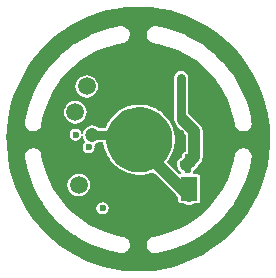
<source format=gbl>
%FSDAX44Y44*%
%MOMM*%
%SFA1B1*%

%IPPOS*%
%ADD10C,0.299999*%
%ADD21C,0.761998*%
%ADD24C,1.015998*%
%ADD25C,1.499997*%
%ADD26C,0.599999*%
%ADD27C,0.999998*%
%ADD28C,1.199998*%
%ADD29C,0.799998*%
%ADD30R,1.399997X2.074996*%
%LNBot-1*%
%LPD*%
G36*
X00789330Y00866144D02*
X00797989Y00864780D01*
X00806515Y00862739*
X00814855Y00860036*
X00822956Y00856686*
X00830769Y00852710*
X00838247Y00848134*
X00845342Y00842985*
X00852010Y00837294*
X00858212Y00831098*
X00863908Y00824434*
X00869063Y00817343*
X00873646Y00809870*
X00877628Y00802059*
X00880984Y00793961*
X00883695Y00785624*
X00885742Y00777100*
X00887115Y00768441*
X00887803Y00759701*
Y00755618*
Y00750686*
X00887115Y00741946*
X00885742Y00733287*
X00883695Y00724763*
X00880984Y00716426*
X00877628Y00708328*
X00873646Y00700517*
X00869063Y00693044*
X00863908Y00685953*
X00858212Y00679289*
X00852010Y00673093*
X00845342Y00667402*
X00838247Y00662253*
X00830769Y00657677*
X00822956Y00653701*
X00814855Y00650351*
X00806515Y00647648*
X00797989Y00645607*
X00789330Y00644242*
X00780590Y00643561*
X00776206Y00643565*
X00772058Y00643569*
X00763785Y00644192*
X00755582Y00645428*
X00747493Y00647271*
X00739563Y00649709*
X00731836Y00652730*
X00724355Y00656316*
X00717161Y00660449*
X00710294Y00665104*
X00703792Y00670257*
X00697691Y00675879*
X00692025Y00681938*
X00689424Y00685170*
X00686460Y00688854*
X00681176Y00696699*
X00676575Y00704963*
X00672691Y00713587*
X00669550Y00722509*
X00667177Y00731664*
X00665587Y00740988*
X00664792Y00750413*
X00664795Y00755193*
X00664792Y00759974*
X00665587Y00769399*
X00667177Y00778723*
X00669550Y00787878*
X00672691Y00796800*
X00676575Y00805424*
X00681176Y00813689*
X00686460Y00821533*
X00689424Y00825217*
X00692025Y00828449*
X00697691Y00834509*
X00703792Y00840130*
X00710294Y00845283*
X00717161Y00849938*
X00724355Y00854071*
X00731836Y00857657*
X00739563Y00860679*
X00747493Y00863116*
X00755582Y00864959*
X00763785Y00866195*
X00772058Y00866818*
X00775678Y00866821*
X00776206Y00866822*
X00780590Y00866825*
X00789330Y00866144*
G37*
%LNBot-2*%
%LPC*%
G36*
X00725749Y00726331D02*
X00723269Y00726004D01*
X00720958Y00725047*
X00718974Y00723524*
X00717451Y00721540*
X00716494Y00719229*
X00716167Y00716749*
X00716494Y00714269*
X00717451Y00711958*
X00718974Y00709974*
X00720958Y00708451*
X00723269Y00707494*
X00725749Y00707167*
X00728229Y00707494*
X00730540Y00708451*
X00732524Y00709974*
X00734047Y00711958*
X00735004Y00714269*
X00735331Y00716749*
X00735004Y00719229*
X00734047Y00721540*
X00732524Y00723524*
X00730540Y00725047*
X00728229Y00726004*
X00725749Y00726331*
G37*
G36*
X00812499Y00813273D02*
X00810232Y00812822D01*
X00808310Y00811538*
X00807026Y00809616*
X00806575Y00807349*
Y00800449*
Y00793549*
Y00786649*
Y00779749*
Y00773499*
X00806864Y00772046*
X00806858Y00771999*
X00807101Y00770151*
X00807815Y00768428*
X00808950Y00766950*
X00816608Y00759291*
Y00744820*
X00816048Y00744709*
X00814394Y00743604*
X00813289Y00741950*
X00812901Y00739999*
X00812048Y00739459*
X00810394Y00738354*
X00809289Y00736700*
X00808901Y00734749*
X00809289Y00732798*
X00809449Y00732559*
X00809601Y00731401*
X00810315Y00729678*
X00811450Y00728200*
X00812611Y00727308*
X00812260Y00726077*
X00812236Y00726036*
X00811469Y00725883*
X00810866Y00725481*
X00800343Y00736004*
X00802287Y00738536*
X00802346Y00738657*
X00802435Y00738759*
X00804235Y00741876*
X00804278Y00742003*
X00804353Y00742115*
X00805731Y00745441*
X00805757Y00745573*
X00805816Y00745694*
X00806748Y00749171*
X00806757Y00749306*
X00806800Y00749433*
X00807270Y00753002*
X00807261Y00753137*
X00807288Y00753269*
Y00755069*
Y00756869*
X00807261Y00757001*
X00807270Y00757135*
X00806800Y00760704*
X00806757Y00760832*
X00806748Y00760966*
X00805817Y00764444*
X00805757Y00764565*
X00805731Y00764696*
X00804353Y00768023*
X00804278Y00768135*
X00804235Y00768262*
X00802435Y00771380*
X00802346Y00771481*
X00802287Y00771602*
X00800095Y00774458*
X00799994Y00774547*
X00799919Y00774659*
X00797374Y00777204*
X00797262Y00777279*
X00797173Y00777380*
X00794317Y00779572*
X00794196Y00779631*
X00794095Y00779720*
X00790977Y00781520*
X00790850Y00781564*
X00790738Y00781638*
X00787412Y00783016*
X00787280Y00783042*
X00787159Y00783102*
X00783681Y00784034*
X00783547Y00784043*
X00783420Y00784086*
X00779850Y00784556*
X00779716Y00784547*
X00779584Y00784573*
X00777811*
X00775984Y00784622*
X00775852Y00784599*
X00775718Y00784611*
X00772029Y00784225*
X00771900Y00784185*
X00771766Y00784180*
X00768159Y00783315*
X00768037Y00783259*
X00767904Y00783236*
X00764441Y00781908*
X00764327Y00781836*
X00764199Y00781796*
X00760938Y00780028*
X00760835Y00779941*
X00760713Y00779885*
X00757711Y00777706*
X00757620Y00777607*
X00757506Y00777536*
X00754815Y00774983*
X00754737Y00774873*
X00754634Y00774788*
X00752299Y00771906*
X00752236Y00771787*
X00752144Y00771688*
X00750206Y00768526*
X00750159Y00768400*
X00750081Y00768290*
X00748673Y00765129*
X00742782*
X00741395Y00766193*
X00739449Y00766999*
X00737362Y00767274*
X00735273Y00766999*
X00733326Y00766193*
X00731655Y00764911*
X00730373Y00763240*
X00729567Y00761293*
X00729435Y00760290*
X00728148Y00760248*
X00727959Y00761200*
X00726854Y00762854*
X00725200Y00763959*
X00723249Y00764347*
X00721298Y00763959*
X00719644Y00762854*
X00718539Y00761200*
X00718151Y00759249*
X00718539Y00757298*
X00719644Y00755644*
X00721298Y00754539*
X00723249Y00754151*
X00725200Y00754539*
X00726854Y00755644*
X00727959Y00757298*
X00728141Y00758215*
X00729428Y00758173*
X00729567Y00757117*
X00730373Y00755171*
X00731246Y00754033*
X00731146Y00752439*
X00730644Y00752104*
X00729539Y00750450*
X00729151Y00748499*
X00729539Y00746548*
X00730644Y00744894*
X00732298Y00743789*
X00734249Y00743401*
X00736200Y00743789*
X00737854Y00744894*
X00738959Y00746548*
X00739347Y00748499*
X00739033Y00750075*
X00739291Y00750902*
X00739759Y00751539*
X00741395Y00752217*
X00742782Y00753281*
X00745651*
X00746790Y00752825*
X00747379Y00749173*
X00747426Y00749046*
X00747439Y00748912*
X00748500Y00745367*
X00748563Y00745248*
X00748593Y00745117*
X00750107Y00741741*
X00750185Y00741632*
X00750232Y00741506*
X00752175Y00738356*
X00752266Y00738258*
X00752329Y00738139*
X00754666Y00735270*
X00754770Y00735184*
X00754848Y00735076*
X00757539Y00732536*
X00757653Y00732464*
X00757745Y00732365*
X00760744Y00730199*
X00760867Y00730143*
X00760970Y00730057*
X00764227Y00728301*
X00764356Y00728262*
X00764470Y00728190*
X00767928Y00726874*
X00768061Y00726852*
X00768183Y00726796*
X00771783Y00725942*
X00771918Y00725937*
X00772046Y00725898*
X00775727Y00725522*
X00775861Y00725535*
X00775994Y00725512*
X00777813Y00725565*
X00779584*
X00779716Y00725591*
X00779850Y00725582*
X00783420Y00726052*
X00783547Y00726096*
X00783681Y00726104*
X00787159Y00727036*
X00787280Y00727096*
X00787411Y00727122*
X00788554Y00727595*
X00789742Y00726407*
X00790024Y00726458*
X00808249Y00708233*
Y00707900*
X00810210Y00705939*
Y00703249*
X00810365Y00702469*
X00810807Y00701807*
X00811469Y00701365*
X00812249Y00701210*
X00815163*
X00815678Y00700815*
X00817401Y00700101*
X00819249Y00699858*
X00821097Y00700101*
X00822820Y00700815*
X00823334Y00701210*
X00826249*
X00827029Y00701365*
X00827691Y00701807*
X00828133Y00702469*
X00828288Y00703249*
Y00723999*
X00828133Y00724779*
X00827691Y00725441*
X00827029Y00725883*
X00826249Y00726038*
X00823214*
X00822615Y00727158*
X00822709Y00727298*
X00823097Y00729249*
X00823950Y00730039*
X00825604Y00731144*
X00826709Y00732798*
X00826848Y00733499*
X00828798Y00735449*
X00828799Y00735450*
X00829933Y00736928*
X00830647Y00738651*
X00830890Y00740499*
Y00762249*
X00830647Y00764097*
X00829933Y00765819*
X00828799Y00767298*
X00828798Y00767299*
X00819049Y00777048*
X00818423Y00777529*
Y00786649*
Y00793549*
Y00800449*
Y00807349*
X00817972Y00809616*
X00816688Y00811538*
X00814766Y00812822*
X00812499Y00813273*
G37*
G36*
X00745999Y00702097D02*
X00744048Y00701709D01*
X00742394Y00700604*
X00741289Y00698950*
X00740901Y00696999*
X00741289Y00695048*
X00742394Y00693394*
X00744048Y00692289*
X00745999Y00691901*
X00747950Y00692289*
X00749604Y00693394*
X00750709Y00695048*
X00751097Y00696999*
X00750709Y00698950*
X00749604Y00700604*
X00747950Y00701709*
X00745999Y00702097*
G37*
G36*
X00687121Y00747875D02*
X00685192Y00747538D01*
X00684826Y00747396*
X00684461Y00747257*
X00682802Y00746218*
X00682516Y00745949*
X00682230Y00745682*
X00681086Y00744094*
X00680923Y00743738*
X00680758Y00743382*
X00680297Y00741479*
X00680281Y00741089*
X00680263Y00740697*
X00680408Y00739729*
X00680411Y00739720*
Y00739711*
X00680995Y00736027*
X00681023Y00735951*
X00681027Y00735870*
X00682771Y00728616*
X00682805Y00728543*
X00682814Y00728463*
X00685122Y00721368*
X00685161Y00721297*
X00685177Y00721218*
X00688034Y00714326*
X00688079Y00714259*
X00688101Y00714181*
X00691489Y00707534*
X00691539Y00707470*
X00691567Y00707394*
X00695466Y00701034*
X00695521Y00700974*
X00695555Y00700901*
X00699941Y00694865*
X00700001Y00694810*
X00700040Y00694740*
X00704886Y00689067*
X00704949Y00689017*
X00704994Y00688950*
X00710270Y00683674*
X00710337Y00683629*
X00710387Y00683566*
X00716060Y00678720*
X00716131Y00678680*
X00716186Y00678621*
X00722221Y00674235*
X00722294Y00674201*
X00722354Y00674146*
X00728714Y00670247*
X00728790Y00670219*
X00728854Y00670169*
X00735501Y00666781*
X00735579Y00666759*
X00735646Y00666714*
X00742538Y00663857*
X00742617Y00663841*
X00742688Y00663802*
X00749782Y00661494*
X00749863Y00661485*
X00749937Y00661451*
X00757190Y00659707*
X00757271Y00659704*
X00757347Y00659675*
X00761031Y00659090*
X00761040Y00659091*
X00761049Y00659088*
X00762017Y00658943*
X00762409Y00658961*
X00762799Y00658977*
X00764702Y00659438*
X00765057Y00659603*
X00765414Y00659766*
X00767002Y00660910*
X00767268Y00661195*
X00767538Y00661482*
X00768577Y00663141*
X00768716Y00663506*
X00768858Y00663872*
X00769195Y00665800*
X00769186Y00666193*
X00769180Y00666584*
X00768765Y00668497*
X00768609Y00668856*
X00768455Y00669217*
X00767349Y00670832*
X00767069Y00671106*
X00766791Y00671382*
X00765158Y00672461*
X00764795Y00672609*
X00764433Y00672760*
X00764061Y00672834*
X00764009Y00672875*
X00763725Y00672955*
X00763451Y00673064*
X00759148Y00673856*
X00750722Y00676104*
X00742602Y00679212*
X00734852Y00683152*
X00727557Y00687882*
X00720798Y00693349*
X00714647Y00699494*
X00709173Y00706248*
X00704437Y00713539*
X00700489Y00721285*
X00697374Y00729402*
X00695118Y00737826*
X00694322Y00742128*
X00694231Y00742355*
X00694080Y00743113*
X00693929Y00743476*
X00693781Y00743839*
X00692702Y00745471*
X00692427Y00745748*
X00692152Y00746029*
X00690537Y00747135*
X00690176Y00747289*
X00689817Y00747445*
X00687904Y00747859*
X00687515Y00747866*
X00687121Y00747875*
G37*
G36*
X00865378D02*
X00864985Y00747866D01*
X00864594Y00747859*
X00862681Y00747445*
X00862322Y00747289*
X00861961Y00747135*
X00860346Y00746029*
X00860072Y00745749*
X00859796Y00745471*
X00858717Y00743839*
X00858569Y00743475*
X00858418Y00743113*
X00858306Y00742550*
X00858297Y00742537*
X00858256Y00742327*
X00858176Y00742128*
X00857380Y00737826*
X00855124Y00729402*
X00852009Y00721285*
X00850746Y00718807*
X00848061Y00713539*
X00843325Y00706248*
X00837851Y00699494*
X00831700Y00693349*
X00824941Y00687882*
X00817645Y00683152*
X00812640Y00680607*
X00809896Y00679212*
X00801776Y00676104*
X00793350Y00673856*
X00789047Y00673064*
X00788772Y00672955*
X00788488Y00672875*
X00788437Y00672834*
X00788065Y00672760*
X00787702Y00672609*
X00787340Y00672461*
X00785707Y00671382*
X00785430Y00671107*
X00785149Y00670832*
X00784043Y00669217*
X00783889Y00668856*
X00783733Y00668497*
X00783318Y00666584*
X00783312Y00666195*
X00783303Y00665800*
X00783640Y00663872*
X00783782Y00663506*
X00783921Y00663141*
X00784960Y00661482*
X00785229Y00661197*
X00785496Y00660910*
X00787084Y00659766*
X00787440Y00659603*
X00787796Y00659438*
X00789699Y00658977*
X00790089Y00658961*
X00790481Y00658943*
X00791449Y00659088*
X00791458Y00659091*
X00791467Y00659090*
X00795151Y00659675*
X00795227Y00659704*
X00795308Y00659707*
X00802561Y00661451*
X00802635Y00661485*
X00802716Y00661494*
X00809810Y00663802*
X00809881Y00663841*
X00809960Y00663857*
X00816852Y00666714*
X00816919Y00666759*
X00816997Y00666781*
X00823644Y00670169*
X00823708Y00670219*
X00823784Y00670247*
X00830144Y00674146*
X00830204Y00674201*
X00830277Y00674235*
X00836312Y00678621*
X00836367Y00678680*
X00836438Y00678720*
X00842111Y00683566*
X00842161Y00683629*
X00842228Y00683674*
X00847504Y00688950*
X00847549Y00689017*
X00847612Y00689067*
X00852458Y00694740*
X00852497Y00694810*
X00852557Y00694865*
X00856943Y00700901*
X00856977Y00700974*
X00857032Y00701034*
X00860931Y00707394*
X00860959Y00707470*
X00861009Y00707534*
X00864397Y00714181*
X00864419Y00714259*
X00864464Y00714326*
X00867321Y00721218*
X00867337Y00721297*
X00867376Y00721368*
X00869684Y00728463*
X00869693Y00728543*
X00869727Y00728616*
X00871471Y00735870*
X00871475Y00735951*
X00871503Y00736027*
X00872088Y00739711*
X00872087Y00739720*
X00872090Y00739729*
X00872236Y00740697*
X00872217Y00741089*
X00872201Y00741479*
X00871740Y00743382*
X00871575Y00743737*
X00871412Y00744094*
X00870268Y00745682*
X00869983Y00745948*
X00869696Y00746218*
X00868037Y00747257*
X00867672Y00747396*
X00867306Y00747538*
X00865378Y00747875*
G37*
G36*
X00850735Y00755813D02*
Y00754575D01*
X00851028Y00755175*
X00851057Y00755193*
X00851028Y00755211*
X00850735Y00755813*
G37*
G36*
X00732536Y00809681D02*
X00730055Y00809354D01*
X00727744Y00808397*
X00725759Y00806874*
X00724237Y00804890*
X00723279Y00802579*
X00722953Y00800100*
X00723279Y00797619*
X00724237Y00795308*
X00725759Y00793324*
X00727744Y00791801*
X00730055Y00790843*
X00732536Y00790517*
X00735015Y00790843*
X00737326Y00791801*
X00739311Y00793324*
X00740833Y00795308*
X00741791Y00797619*
X00742117Y00800100*
X00741791Y00802579*
X00740833Y00804890*
X00739311Y00806874*
X00737326Y00808397*
X00735015Y00809354*
X00732536Y00809681*
G37*
G36*
X00776447Y00829974D02*
X00776408Y00829883D01*
X00776380*
X00776542*
X00776539Y00829884*
X00776447Y00829974*
G37*
G36*
X00762017Y00851055D02*
X00761049Y00850910D01*
X00761040Y00850907*
X00761031Y00850908*
X00757347Y00850322*
X00757271Y00850294*
X00757190Y00850291*
X00749937Y00848547*
X00749863Y00848513*
X00749782Y00848504*
X00742688Y00846196*
X00742617Y00846157*
X00742538Y00846141*
X00735646Y00843284*
X00735579Y00843239*
X00735501Y00843217*
X00728854Y00839829*
X00728790Y00839779*
X00728714Y00839751*
X00722354Y00835852*
X00722294Y00835797*
X00722221Y00835763*
X00716186Y00831377*
X00716131Y00831317*
X00716060Y00831278*
X00710387Y00826432*
X00710337Y00826369*
X00710270Y00826324*
X00704994Y00821048*
X00704949Y00820981*
X00704886Y00820931*
X00700040Y00815258*
X00700001Y00815187*
X00699941Y00815132*
X00695555Y00809097*
X00695521Y00809024*
X00695466Y00808964*
X00691567Y00802604*
X00691539Y00802528*
X00691489Y00802464*
X00688101Y00795817*
X00688079Y00795739*
X00688034Y00795672*
X00685177Y00788780*
X00685161Y00788701*
X00685122Y00788630*
X00682814Y00781535*
X00682805Y00781455*
X00682771Y00781381*
X00681027Y00774128*
X00681023Y00774047*
X00680995Y00773971*
X00680411Y00770287*
Y00770278*
X00680408Y00770269*
X00680263Y00769301*
X00680281Y00768909*
X00680297Y00768519*
X00680758Y00766616*
X00680923Y00766261*
X00681086Y00765904*
X00682230Y00764316*
X00682515Y00764050*
X00682802Y00763780*
X00684461Y00762741*
X00684826Y00762602*
X00685192Y00762460*
X00687121Y00762123*
X00687513Y00762132*
X00687904Y00762138*
X00689817Y00762553*
X00690176Y00762709*
X00690537Y00762863*
X00692152Y00763969*
X00692426Y00764249*
X00692702Y00764527*
X00693781Y00766160*
X00693929Y00766523*
X00694080Y00766885*
X00694231Y00767643*
X00694322Y00767870*
X00695118Y00772172*
X00697374Y00780596*
X00700489Y00788713*
X00704437Y00796459*
X00709173Y00803750*
X00710392Y00805253*
X00714647Y00810504*
X00720798Y00816649*
X00727557Y00822116*
X00734852Y00826846*
X00740827Y00829883*
X00742602Y00830786*
X00750722Y00833894*
X00759148Y00836142*
X00763451Y00836934*
X00763651Y00837013*
X00763862Y00837055*
X00763931Y00837101*
X00764010Y00837123*
X00764061Y00837164*
X00764433Y00837238*
X00764796Y00837389*
X00765158Y00837537*
X00766791Y00838616*
X00767068Y00838891*
X00767349Y00839166*
X00768455Y00840781*
X00768609Y00841142*
X00768765Y00841502*
X00769180Y00843414*
X00769186Y00843803*
X00769195Y00844197*
X00768858Y00846126*
X00768716Y00846492*
X00768577Y00846857*
X00767538Y00848516*
X00767269Y00848801*
X00767002Y00849088*
X00765414Y00850232*
X00765058Y00850395*
X00764702Y00850560*
X00762799Y00851021*
X00762409Y00851037*
X00762017Y00851055*
G37*
G36*
X00722999Y00787831D02*
X00720519Y00787504D01*
X00718208Y00786547*
X00716224Y00785024*
X00714701Y00783040*
X00713744Y00780729*
X00713417Y00778249*
X00713744Y00775769*
X00714701Y00773458*
X00716224Y00771474*
X00718208Y00769951*
X00720519Y00768994*
X00722999Y00768667*
X00725479Y00768994*
X00727790Y00769951*
X00729774Y00771474*
X00731297Y00773458*
X00732254Y00775769*
X00732581Y00778249*
X00732254Y00780729*
X00731297Y00783040*
X00729774Y00785024*
X00727790Y00786547*
X00725479Y00787504*
X00722999Y00787831*
G37*
G36*
X00701764Y00755758D02*
X00701763Y00755741D01*
X00701494Y00755190*
X00701764Y00754628*
Y00755758*
G37*
G36*
X00790481Y00851055D02*
X00790089Y00851037D01*
X00789699Y00851021*
X00787796Y00850560*
X00787441Y00850395*
X00787084Y00850232*
X00785496Y00849088*
X00785230Y00848803*
X00784960Y00848516*
X00783921Y00846857*
X00783782Y00846492*
X00783640Y00846126*
X00783303Y00844197*
X00783312Y00843805*
X00783318Y00843414*
X00783733Y00841502*
X00783889Y00841142*
X00784043Y00840781*
X00785149Y00839166*
X00785429Y00838892*
X00785707Y00838616*
X00787340Y00837537*
X00787703Y00837389*
X00788065Y00837238*
X00788437Y00837164*
X00788488Y00837123*
X00788772Y00837043*
X00789047Y00836934*
X00793350Y00836142*
X00801776Y00833894*
X00809896Y00830786*
X00817646Y00826846*
X00824941Y00822116*
X00831700Y00816649*
X00837851Y00810504*
X00842106Y00805253*
X00843325Y00803750*
X00844462Y00801999*
X00844499*
X00844514Y00801919*
X00848061Y00796459*
X00852009Y00788713*
X00855124Y00780596*
X00857380Y00772172*
X00858176Y00767870*
X00858256Y00767671*
X00858297Y00767461*
X00858306Y00767448*
X00858418Y00766885*
X00858569Y00766522*
X00858717Y00766160*
X00859796Y00764527*
X00860071Y00764250*
X00860346Y00763969*
X00861961Y00762863*
X00862322Y00762709*
X00862681Y00762553*
X00864594Y00762138*
X00864983Y00762132*
X00865378Y00762123*
X00867306Y00762460*
X00867672Y00762602*
X00868037Y00762741*
X00869696Y00763780*
X00869982Y00764049*
X00870268Y00764316*
X00871412Y00765904*
X00871574Y00766260*
X00871740Y00766616*
X00872201Y00768519*
X00872217Y00768909*
X00872236Y00769301*
X00872090Y00770269*
X00872087Y00770278*
X00872088Y00770287*
X00871503Y00773971*
X00871475Y00774047*
X00871471Y00774128*
X00869727Y00781381*
X00869693Y00781455*
X00869684Y00781535*
X00867376Y00788630*
X00867337Y00788701*
X00867321Y00788780*
X00864464Y00795672*
X00864419Y00795739*
X00864397Y00795817*
X00861009Y00802464*
X00860959Y00802528*
X00860931Y00802604*
X00857032Y00808964*
X00856977Y00809024*
X00856943Y00809097*
X00852557Y00815132*
X00852497Y00815187*
X00852458Y00815258*
X00847612Y00820931*
X00847549Y00820981*
X00847504Y00821048*
X00842228Y00826324*
X00842161Y00826369*
X00842111Y00826432*
X00836438Y00831278*
X00836367Y00831317*
X00836312Y00831377*
X00830277Y00835763*
X00830204Y00835797*
X00830144Y00835852*
X00823784Y00839751*
X00823708Y00839779*
X00823644Y00839829*
X00816997Y00843217*
X00816919Y00843239*
X00816852Y00843284*
X00809960Y00846141*
X00809881Y00846157*
X00809810Y00846196*
X00802716Y00848504*
X00802635Y00848513*
X00802561Y00848547*
X00795308Y00850291*
X00795227Y00850294*
X00795151Y00850322*
X00791467Y00850908*
X00791458Y00850907*
X00791449Y00850910*
X00790481Y00851055*
G37*
%LNBot-3*%
%LPD*%
G36*
X00777784Y00782534D02*
X00779584D01*
X00783154Y00782064*
X00786631Y00781132*
X00789957Y00779754*
X00793075Y00777954*
X00795932Y00775762*
X00798477Y00773217*
X00800669Y00770360*
X00802469Y00767242*
X00803847Y00763916*
X00804779Y00760438*
X00805248Y00756869*
Y00755069*
Y00753269*
X00804779Y00749699*
X00803847Y00746222*
X00802469Y00742895*
X00800669Y00739778*
X00798477Y00736921*
X00795931Y00734376*
X00793075Y00732184*
X00789957Y00730384*
X00786631Y00729006*
X00783154Y00728074*
X00779584Y00727604*
X00777784*
X00775935Y00727550*
X00772254Y00727927*
X00768653Y00728780*
X00765195Y00730096*
X00761938Y00731852*
X00758939Y00734018*
X00756247Y00736558*
X00753910Y00739427*
X00751968Y00742576*
X00750453Y00745952*
X00749392Y00749497*
X00748803Y00753150*
X00748749Y00754999*
X00748798Y00756853*
X00749379Y00760516*
X00750434Y00764072*
X00751944Y00767461*
X00753883Y00770622*
X00756218Y00773504*
X00758909Y00776056*
X00761911Y00778235*
X00765171Y00780004*
X00768634Y00781332*
X00772241Y00782197*
X00775930Y00782583*
X00777784Y00782534*
G37*
G54D10*
X00886300Y00756043D02*
D01*
X00886033Y00763717*
X00885230Y00771352*
X00883897Y00778914*
X00882039Y00786363*
X00879667Y00793666*
X00876790Y00800784*
X00873425Y00807685*
X00869586Y00814334*
X00865292Y00820700*
X00860565Y00826750*
X00855428Y00832456*
X00849905Y00837789*
X00844023Y00842725*
X00837812Y00847238*
X00831300Y00851306*
X00824521Y00854911*
X00817507Y00858034*
X00810292Y00860660*
X00802912Y00862776*
X00795402Y00864372*
X00787799Y00865441*
X00780139Y00865976*
X00772462*
X00764802Y00865441*
X00757199Y00864372*
X00749689Y00862776*
X00742308Y00860660*
X00735094Y00858034*
X00728080Y00854911*
X00721300Y00851306*
X00714789Y00847238*
X00708578Y00842725*
X00702696Y00837789*
X00697173Y00832456*
X00692035Y00826750*
X00687309Y00820700*
X00683015Y00814334*
X00679176Y00807685*
X00675810Y00800784*
X00672934Y00793666*
X00670562Y00786363*
X00668704Y00778914*
X00667371Y00771352*
X00666568Y00763717*
X00666300Y00756043*
G54D21*
X00737362Y00759206D02*
X00755205D01*
X00812499Y00773499D02*
X00813999Y00771999D01*
X00812499Y00793549D02*
Y00800449D01*
Y00807349*
Y00793549D02*
Y00786649D01*
Y00779749*
Y00773499*
G54D24*
X00777999Y00739249D02*
X00786999D01*
X00819249Y00706999*
X00816499Y00733249D02*
X00823749Y00740499D01*
Y00762249*
X00813999Y00771999*
G54D25*
X00725749Y00716749D03*
X00722999Y00778249D03*
X00732536Y00800100D03*
G54D26*
X00725212Y00694175D03*
X00736549Y00686237D03*
X00715425Y00703962D03*
X00748702Y00680549D03*
X00762461Y00676805D03*
X00775511Y00675193D03*
X00790037Y00676805D03*
X00803063Y00681327D03*
X00815949Y00686237D03*
X00827286Y00694175D03*
X00837073Y00703962D03*
X00850861Y00727843D03*
X00854443Y00741211D03*
X00855649Y00755193D03*
X00846249Y00758499D03*
X00839749D03*
X00846249Y00748999D03*
X00854443Y00768787D03*
X00850861Y00782155D03*
X00844737Y00794967D03*
X00827286Y00815823D03*
X00815607Y00824047D03*
X00837073Y00806036D03*
X00790037Y00833193D03*
X00812499Y00807349D03*
Y00800449D03*
Y00793549D03*
Y00786649D03*
Y00779749D03*
Y00760499D03*
X00813999Y00734749D03*
X00821999D03*
X00817999Y00729249D03*
X00817749Y00719249D03*
X00817999Y00739999D03*
X00814249Y00747499D03*
X00814499Y00753999D03*
X00833249Y00758499D03*
X00805749Y00695999D03*
X00787999Y00709875D03*
X00784749Y00722999D03*
X00774749Y00715249D03*
X00765749Y00722999D03*
X00764749Y00709749D03*
X00779999Y00698500D03*
X00779749Y00687249D03*
X00745999Y00696999D03*
X00734249Y00748499D03*
X00723249Y00759249D03*
X00698055Y00768787D03*
X00701637Y00782155D03*
X00696850Y00755304D03*
X00698055Y00741211D03*
X00701637Y00727843D03*
X00707487Y00715299D03*
X00715425Y00806036D03*
X00737370Y00824047D03*
X00762461Y00833193D03*
X00725212Y00815823D03*
X00707487Y00794699D03*
G54D27*
X00832487Y00783217D03*
G54D28*
X00737362Y00759206D03*
G54D29*
X00819249Y00706999D03*
X00813999Y00771999D03*
G54D30*
X00819249Y00713624D03*
M02*
</source>
